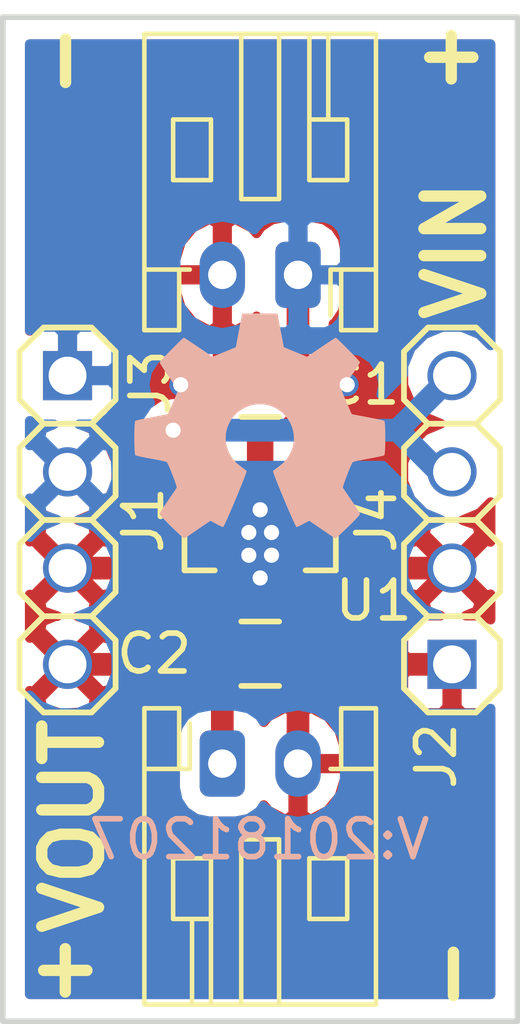
<source format=kicad_pcb>
(kicad_pcb (version 20171130) (host pcbnew 5.0.2-bee76a0~70~ubuntu18.04.1)

  (general
    (thickness 1.6)
    (drawings 10)
    (tracks 41)
    (zones 0)
    (modules 9)
    (nets 4)
  )

  (page A4)
  (layers
    (0 F.Cu signal)
    (31 B.Cu signal)
    (32 B.Adhes user)
    (33 F.Adhes user)
    (34 B.Paste user)
    (35 F.Paste user)
    (36 B.SilkS user)
    (37 F.SilkS user)
    (38 B.Mask user)
    (39 F.Mask user)
    (40 Dwgs.User user)
    (41 Cmts.User user)
    (42 Eco1.User user)
    (43 Eco2.User user)
    (44 Edge.Cuts user)
    (45 Margin user)
    (46 B.CrtYd user)
    (47 F.CrtYd user)
    (48 B.Fab user)
    (49 F.Fab user)
  )

  (setup
    (last_trace_width 0.1524)
    (user_trace_width 0.1524)
    (user_trace_width 0.2)
    (user_trace_width 0.3)
    (user_trace_width 0.4)
    (user_trace_width 0.6)
    (user_trace_width 1)
    (user_trace_width 1.5)
    (user_trace_width 2)
    (trace_clearance 0.1524)
    (zone_clearance 0.508)
    (zone_45_only no)
    (trace_min 0.1524)
    (segment_width 0.2)
    (edge_width 0.15)
    (via_size 0.381)
    (via_drill 0.254)
    (via_min_size 0.381)
    (via_min_drill 0.254)
    (user_via 0.381 0.254)
    (user_via 0.55 0.4)
    (user_via 0.75 0.6)
    (user_via 0.95 0.8)
    (user_via 1.3 1)
    (user_via 1.5 1.2)
    (user_via 1.7 1.4)
    (user_via 1.9 1.6)
    (uvia_size 0.381)
    (uvia_drill 0.254)
    (uvias_allowed no)
    (uvia_min_size 0.381)
    (uvia_min_drill 0.254)
    (pcb_text_width 0.3)
    (pcb_text_size 1.5 1.5)
    (mod_edge_width 0.15)
    (mod_text_size 1 1)
    (mod_text_width 0.15)
    (pad_size 1.524 1.524)
    (pad_drill 0.762)
    (pad_to_mask_clearance 0.1)
    (solder_mask_min_width 0.25)
    (aux_axis_origin 0 0)
    (visible_elements FFFFFF7F)
    (pcbplotparams
      (layerselection 0x010f0_ffffffff)
      (usegerberextensions true)
      (usegerberattributes false)
      (usegerberadvancedattributes false)
      (creategerberjobfile false)
      (excludeedgelayer true)
      (linewidth 0.100000)
      (plotframeref false)
      (viasonmask false)
      (mode 1)
      (useauxorigin false)
      (hpglpennumber 1)
      (hpglpenspeed 20)
      (hpglpendiameter 15.000000)
      (psnegative false)
      (psa4output false)
      (plotreference true)
      (plotvalue true)
      (plotinvisibletext false)
      (padsonsilk false)
      (subtractmaskfromsilk false)
      (outputformat 1)
      (mirror false)
      (drillshape 0)
      (scaleselection 1)
      (outputdirectory "MCP1702_SOT89_breakoutmodule_JST_plots"))
  )

  (net 0 "")
  (net 1 +12V)
  (net 2 GND)
  (net 3 VDD)

  (net_class Default "This is the default net class."
    (clearance 0.1524)
    (trace_width 0.1524)
    (via_dia 0.381)
    (via_drill 0.254)
    (uvia_dia 0.381)
    (uvia_drill 0.254)
    (add_net +12V)
    (add_net GND)
    (add_net VDD)
  )

  (module SquantorIC:SOT89-ViaTab-Microchip-MB (layer F.Cu) (tedit 5C0A7B02) (tstamp 5C0A8B4E)
    (at 135.9 76.1 180)
    (path /5BE4AA1E)
    (fp_text reference U1 (at -3 -3.5 180) (layer F.SilkS)
      (effects (font (size 1 1) (thickness 0.15)))
    )
    (fp_text value MCP1702-MB (at 0 2 180) (layer F.Fab) hide
      (effects (font (size 1 1) (thickness 0.15)))
    )
    (fp_line (start 2 -2.7) (end 2 -1) (layer F.SilkS) (width 0.15))
    (fp_line (start 1.2 -2.7) (end 2 -2.7) (layer F.SilkS) (width 0.15))
    (fp_line (start -2 -2.7) (end -1.2 -2.7) (layer F.SilkS) (width 0.15))
    (fp_line (start -2 -1) (end -2 -2.7) (layer F.SilkS) (width 0.15))
    (pad 1 smd rect (at -1.5 0 180) (size 0.7 1.4) (layers F.Cu F.Paste F.Mask)
      (net 2 GND))
    (pad 2 smd rect (at 0 0 180) (size 0.7 1.4) (layers F.Cu F.Paste F.Mask)
      (net 1 +12V))
    (pad 3 smd rect (at 1.5 0 180) (size 0.7 1.4) (layers F.Cu F.Paste F.Mask)
      (net 3 VDD))
    (pad TAB smd oval (at 0 -2.1 180) (size 2 3.05) (layers F.Cu F.Paste F.Mask)
      (net 1 +12V) (zone_connect 2))
    (pad TAB thru_hole rect (at -0.3 -1.7 180) (size 0.6 0.6) (drill 0.4) (layers *.Cu *.Mask)
      (net 1 +12V) (zone_connect 2))
    (pad TAB thru_hole rect (at 0.3 -1.7 180) (size 0.6 0.6) (drill 0.4) (layers *.Cu *.Mask)
      (net 1 +12V) (zone_connect 2))
    (pad TAB thru_hole rect (at 0.3 -2.3 180) (size 0.6 0.6) (drill 0.4) (layers *.Cu *.Mask)
      (net 1 +12V) (zone_connect 2))
    (pad TAB thru_hole rect (at -0.3 -2.3 180) (size 0.6 0.6) (drill 0.4) (layers *.Cu *.Mask)
      (net 1 +12V) (zone_connect 2))
    (pad TAB thru_hole rect (at 0 -2.9 180) (size 0.6 0.6) (drill 0.4) (layers *.Cu *.Mask)
      (net 1 +12V) (zone_connect 2))
    (pad TAB thru_hole rect (at 0 -1.1 180) (size 0.6 0.6) (drill 0.4) (layers *.Cu *.Mask)
      (net 1 +12V) (zone_connect 2))
  )

  (module Symbols:OSHW-Symbol_6.7x6mm_SilkScreen (layer B.Cu) (tedit 0) (tstamp 5A135134)
    (at 135.9 75 180)
    (descr "Open Source Hardware Symbol")
    (tags "Logo Symbol OSHW")
    (path /5A135869)
    (attr virtual)
    (fp_text reference N1 (at 0 0 180) (layer B.SilkS) hide
      (effects (font (size 1 1) (thickness 0.15)) (justify mirror))
    )
    (fp_text value OHWLOGO (at 0.75 0 180) (layer B.Fab) hide
      (effects (font (size 1 1) (thickness 0.15)) (justify mirror))
    )
    (fp_poly (pts (xy 0.555814 2.531069) (xy 0.639635 2.086445) (xy 0.94892 1.958947) (xy 1.258206 1.831449)
      (xy 1.629246 2.083754) (xy 1.733157 2.154004) (xy 1.827087 2.216728) (xy 1.906652 2.269062)
      (xy 1.96747 2.308143) (xy 2.005157 2.331107) (xy 2.015421 2.336058) (xy 2.03391 2.323324)
      (xy 2.07342 2.288118) (xy 2.129522 2.234938) (xy 2.197787 2.168282) (xy 2.273786 2.092646)
      (xy 2.353092 2.012528) (xy 2.431275 1.932426) (xy 2.503907 1.856836) (xy 2.566559 1.790255)
      (xy 2.614803 1.737182) (xy 2.64421 1.702113) (xy 2.651241 1.690377) (xy 2.641123 1.66874)
      (xy 2.612759 1.621338) (xy 2.569129 1.552807) (xy 2.513218 1.467785) (xy 2.448006 1.370907)
      (xy 2.410219 1.31565) (xy 2.341343 1.214752) (xy 2.28014 1.123701) (xy 2.229578 1.04703)
      (xy 2.192628 0.989272) (xy 2.172258 0.954957) (xy 2.169197 0.947746) (xy 2.176136 0.927252)
      (xy 2.195051 0.879487) (xy 2.223087 0.811168) (xy 2.257391 0.729011) (xy 2.295109 0.63973)
      (xy 2.333387 0.550042) (xy 2.36937 0.466662) (xy 2.400206 0.396306) (xy 2.423039 0.34569)
      (xy 2.435017 0.321529) (xy 2.435724 0.320578) (xy 2.454531 0.315964) (xy 2.504618 0.305672)
      (xy 2.580793 0.290713) (xy 2.677865 0.272099) (xy 2.790643 0.250841) (xy 2.856442 0.238582)
      (xy 2.97695 0.215638) (xy 3.085797 0.193805) (xy 3.177476 0.174278) (xy 3.246481 0.158252)
      (xy 3.287304 0.146921) (xy 3.295511 0.143326) (xy 3.303548 0.118994) (xy 3.310033 0.064041)
      (xy 3.31497 -0.015108) (xy 3.318364 -0.112026) (xy 3.320218 -0.220287) (xy 3.320538 -0.333465)
      (xy 3.319327 -0.445135) (xy 3.31659 -0.548868) (xy 3.312331 -0.638241) (xy 3.306555 -0.706826)
      (xy 3.299267 -0.748197) (xy 3.294895 -0.75681) (xy 3.268764 -0.767133) (xy 3.213393 -0.781892)
      (xy 3.136107 -0.799352) (xy 3.04423 -0.81778) (xy 3.012158 -0.823741) (xy 2.857524 -0.852066)
      (xy 2.735375 -0.874876) (xy 2.641673 -0.89308) (xy 2.572384 -0.907583) (xy 2.523471 -0.919292)
      (xy 2.490897 -0.929115) (xy 2.470628 -0.937956) (xy 2.458626 -0.946724) (xy 2.456947 -0.948457)
      (xy 2.440184 -0.976371) (xy 2.414614 -1.030695) (xy 2.382788 -1.104777) (xy 2.34726 -1.191965)
      (xy 2.310583 -1.285608) (xy 2.275311 -1.379052) (xy 2.243996 -1.465647) (xy 2.219193 -1.53874)
      (xy 2.203454 -1.591678) (xy 2.199332 -1.617811) (xy 2.199676 -1.618726) (xy 2.213641 -1.640086)
      (xy 2.245322 -1.687084) (xy 2.291391 -1.754827) (xy 2.348518 -1.838423) (xy 2.413373 -1.932982)
      (xy 2.431843 -1.959854) (xy 2.497699 -2.057275) (xy 2.55565 -2.146163) (xy 2.602538 -2.221412)
      (xy 2.635207 -2.27792) (xy 2.6505 -2.310581) (xy 2.651241 -2.314593) (xy 2.638392 -2.335684)
      (xy 2.602888 -2.377464) (xy 2.549293 -2.435445) (xy 2.482171 -2.505135) (xy 2.406087 -2.582045)
      (xy 2.325604 -2.661683) (xy 2.245287 -2.739561) (xy 2.169699 -2.811186) (xy 2.103405 -2.87207)
      (xy 2.050969 -2.917721) (xy 2.016955 -2.94365) (xy 2.007545 -2.947883) (xy 1.985643 -2.937912)
      (xy 1.9408 -2.91102) (xy 1.880321 -2.871736) (xy 1.833789 -2.840117) (xy 1.749475 -2.782098)
      (xy 1.649626 -2.713784) (xy 1.549473 -2.645579) (xy 1.495627 -2.609075) (xy 1.313371 -2.4858)
      (xy 1.160381 -2.56852) (xy 1.090682 -2.604759) (xy 1.031414 -2.632926) (xy 0.991311 -2.648991)
      (xy 0.981103 -2.651226) (xy 0.968829 -2.634722) (xy 0.944613 -2.588082) (xy 0.910263 -2.515609)
      (xy 0.867588 -2.421606) (xy 0.818394 -2.310374) (xy 0.76449 -2.186215) (xy 0.707684 -2.053432)
      (xy 0.649782 -1.916327) (xy 0.592593 -1.779202) (xy 0.537924 -1.646358) (xy 0.487584 -1.522098)
      (xy 0.44338 -1.410725) (xy 0.407119 -1.316539) (xy 0.380609 -1.243844) (xy 0.365658 -1.196941)
      (xy 0.363254 -1.180833) (xy 0.382311 -1.160286) (xy 0.424036 -1.126933) (xy 0.479706 -1.087702)
      (xy 0.484378 -1.084599) (xy 0.628264 -0.969423) (xy 0.744283 -0.835053) (xy 0.83143 -0.685784)
      (xy 0.888699 -0.525913) (xy 0.915086 -0.359737) (xy 0.909585 -0.191552) (xy 0.87119 -0.025655)
      (xy 0.798895 0.133658) (xy 0.777626 0.168513) (xy 0.666996 0.309263) (xy 0.536302 0.422286)
      (xy 0.390064 0.506997) (xy 0.232808 0.562806) (xy 0.069057 0.589126) (xy -0.096667 0.58537)
      (xy -0.259838 0.55095) (xy -0.415935 0.485277) (xy -0.560433 0.387765) (xy -0.605131 0.348187)
      (xy -0.718888 0.224297) (xy -0.801782 0.093876) (xy -0.858644 -0.052315) (xy -0.890313 -0.197088)
      (xy -0.898131 -0.35986) (xy -0.872062 -0.52344) (xy -0.814755 -0.682298) (xy -0.728856 -0.830906)
      (xy -0.617014 -0.963735) (xy -0.481877 -1.075256) (xy -0.464117 -1.087011) (xy -0.40785 -1.125508)
      (xy -0.365077 -1.158863) (xy -0.344628 -1.18016) (xy -0.344331 -1.180833) (xy -0.348721 -1.203871)
      (xy -0.366124 -1.256157) (xy -0.394732 -1.33339) (xy -0.432735 -1.431268) (xy -0.478326 -1.545491)
      (xy -0.529697 -1.671758) (xy -0.585038 -1.805767) (xy -0.642542 -1.943218) (xy -0.700399 -2.079808)
      (xy -0.756802 -2.211237) (xy -0.809942 -2.333205) (xy -0.85801 -2.441409) (xy -0.899199 -2.531549)
      (xy -0.931699 -2.599323) (xy -0.953703 -2.64043) (xy -0.962564 -2.651226) (xy -0.98964 -2.642819)
      (xy -1.040303 -2.620272) (xy -1.105817 -2.587613) (xy -1.141841 -2.56852) (xy -1.294832 -2.4858)
      (xy -1.477088 -2.609075) (xy -1.570125 -2.672228) (xy -1.671985 -2.741727) (xy -1.767438 -2.807165)
      (xy -1.81525 -2.840117) (xy -1.882495 -2.885273) (xy -1.939436 -2.921057) (xy -1.978646 -2.942938)
      (xy -1.991381 -2.947563) (xy -2.009917 -2.935085) (xy -2.050941 -2.900252) (xy -2.110475 -2.846678)
      (xy -2.184542 -2.777983) (xy -2.269165 -2.697781) (xy -2.322685 -2.646286) (xy -2.416319 -2.554286)
      (xy -2.497241 -2.471999) (xy -2.562177 -2.402945) (xy -2.607858 -2.350644) (xy -2.631011 -2.318616)
      (xy -2.633232 -2.312116) (xy -2.622924 -2.287394) (xy -2.594439 -2.237405) (xy -2.550937 -2.167212)
      (xy -2.495577 -2.081875) (xy -2.43152 -1.986456) (xy -2.413303 -1.959854) (xy -2.346927 -1.863167)
      (xy -2.287378 -1.776117) (xy -2.237984 -1.703595) (xy -2.202075 -1.650493) (xy -2.182981 -1.621703)
      (xy -2.181136 -1.618726) (xy -2.183895 -1.595782) (xy -2.198538 -1.545336) (xy -2.222513 -1.474041)
      (xy -2.253266 -1.388547) (xy -2.288244 -1.295507) (xy -2.324893 -1.201574) (xy -2.360661 -1.113399)
      (xy -2.392994 -1.037634) (xy -2.419338 -0.980931) (xy -2.437142 -0.949943) (xy -2.438407 -0.948457)
      (xy -2.449294 -0.939601) (xy -2.467682 -0.930843) (xy -2.497606 -0.921277) (xy -2.543103 -0.909996)
      (xy -2.608209 -0.896093) (xy -2.696961 -0.878663) (xy -2.813393 -0.856798) (xy -2.961542 -0.829591)
      (xy -2.993618 -0.823741) (xy -3.088686 -0.805374) (xy -3.171565 -0.787405) (xy -3.23493 -0.771569)
      (xy -3.271458 -0.7596) (xy -3.276356 -0.75681) (xy -3.284427 -0.732072) (xy -3.290987 -0.67679)
      (xy -3.296033 -0.597389) (xy -3.299559 -0.500296) (xy -3.301561 -0.391938) (xy -3.302036 -0.27874)
      (xy -3.300977 -0.167128) (xy -3.298382 -0.063529) (xy -3.294246 0.025632) (xy -3.288563 0.093928)
      (xy -3.281331 0.134934) (xy -3.276971 0.143326) (xy -3.252698 0.151792) (xy -3.197426 0.165565)
      (xy -3.116662 0.18345) (xy -3.015912 0.204252) (xy -2.900683 0.226777) (xy -2.837902 0.238582)
      (xy -2.718787 0.260849) (xy -2.612565 0.281021) (xy -2.524427 0.298085) (xy -2.459566 0.311031)
      (xy -2.423174 0.318845) (xy -2.417184 0.320578) (xy -2.407061 0.34011) (xy -2.385662 0.387157)
      (xy -2.355839 0.454997) (xy -2.320445 0.536909) (xy -2.282332 0.626172) (xy -2.244353 0.716065)
      (xy -2.20936 0.799865) (xy -2.180206 0.870853) (xy -2.159743 0.922306) (xy -2.150823 0.947503)
      (xy -2.150657 0.948604) (xy -2.160769 0.968481) (xy -2.189117 1.014223) (xy -2.232723 1.081283)
      (xy -2.288606 1.165116) (xy -2.353787 1.261174) (xy -2.391679 1.31635) (xy -2.460725 1.417519)
      (xy -2.52205 1.50937) (xy -2.572663 1.587256) (xy -2.609571 1.646531) (xy -2.629782 1.682549)
      (xy -2.632701 1.690623) (xy -2.620153 1.709416) (xy -2.585463 1.749543) (xy -2.533063 1.806507)
      (xy -2.467384 1.875815) (xy -2.392856 1.952969) (xy -2.313913 2.033475) (xy -2.234983 2.112837)
      (xy -2.1605 2.18656) (xy -2.094894 2.250148) (xy -2.042596 2.299106) (xy -2.008039 2.328939)
      (xy -1.996478 2.336058) (xy -1.977654 2.326047) (xy -1.932631 2.297922) (xy -1.865787 2.254546)
      (xy -1.781499 2.198782) (xy -1.684144 2.133494) (xy -1.610707 2.083754) (xy -1.239667 1.831449)
      (xy -0.621095 2.086445) (xy -0.537275 2.531069) (xy -0.453454 2.975693) (xy 0.471994 2.975693)
      (xy 0.555814 2.531069)) (layer B.SilkS) (width 0.01))
  )

  (module SquantorLabels:Label_version (layer B.Cu) (tedit 5B5A1E49) (tstamp 5BFE77D5)
    (at 135.3 85.9 90)
    (path /5A1357A5)
    (fp_text reference N2 (at 0 -1.4 90) (layer B.Fab) hide
      (effects (font (size 1 1) (thickness 0.15)) (justify mirror))
    )
    (fp_text value 20181207 (at 0 -0.1 180) (layer B.SilkS)
      (effects (font (size 1 1) (thickness 0.15)) (justify mirror))
    )
    (fp_text user V: (at 0 4.4 180) (layer B.SilkS)
      (effects (font (size 1 1) (thickness 0.15)) (justify mirror))
    )
  )

  (module SquantorRcl:C_0805 (layer F.Cu) (tedit 5415D6EA) (tstamp 5BFD038B)
    (at 135.9 73.9 180)
    (descr "Capacitor SMD 0805, reflow soldering, AVX (see smccp.pdf)")
    (tags "capacitor 0805")
    (path /5BE4AAB5)
    (attr smd)
    (fp_text reference C1 (at -2.7 0 180) (layer F.SilkS)
      (effects (font (size 1 1) (thickness 0.15)))
    )
    (fp_text value C (at 0 2.1 180) (layer F.Fab)
      (effects (font (size 1 1) (thickness 0.15)))
    )
    (fp_line (start -1 0.625) (end -1 -0.625) (layer F.Fab) (width 0.15))
    (fp_line (start 1 0.625) (end -1 0.625) (layer F.Fab) (width 0.15))
    (fp_line (start 1 -0.625) (end 1 0.625) (layer F.Fab) (width 0.15))
    (fp_line (start -1 -0.625) (end 1 -0.625) (layer F.Fab) (width 0.15))
    (fp_line (start -1.8 -1) (end 1.8 -1) (layer F.CrtYd) (width 0.05))
    (fp_line (start -1.8 1) (end 1.8 1) (layer F.CrtYd) (width 0.05))
    (fp_line (start -1.8 -1) (end -1.8 1) (layer F.CrtYd) (width 0.05))
    (fp_line (start 1.8 -1) (end 1.8 1) (layer F.CrtYd) (width 0.05))
    (fp_line (start 0.5 -0.85) (end -0.5 -0.85) (layer F.SilkS) (width 0.15))
    (fp_line (start -0.5 0.85) (end 0.5 0.85) (layer F.SilkS) (width 0.15))
    (pad 1 smd rect (at -1 0 180) (size 1 1.25) (layers F.Cu F.Paste F.Mask)
      (net 1 +12V))
    (pad 2 smd rect (at 1 0 180) (size 1 1.25) (layers F.Cu F.Paste F.Mask)
      (net 2 GND))
    (model Capacitors_SMD.3dshapes/C_0805.wrl
      (at (xyz 0 0 0))
      (scale (xyz 1 1 1))
      (rotate (xyz 0 0 0))
    )
  )

  (module SquantorRcl:C_0805 (layer F.Cu) (tedit 5415D6EA) (tstamp 5BFD039B)
    (at 135.9 81)
    (descr "Capacitor SMD 0805, reflow soldering, AVX (see smccp.pdf)")
    (tags "capacitor 0805")
    (path /5BE4AAF0)
    (attr smd)
    (fp_text reference C2 (at -2.8 0) (layer F.SilkS)
      (effects (font (size 1 1) (thickness 0.15)))
    )
    (fp_text value C (at 0 2.1) (layer F.Fab)
      (effects (font (size 1 1) (thickness 0.15)))
    )
    (fp_line (start -0.5 0.85) (end 0.5 0.85) (layer F.SilkS) (width 0.15))
    (fp_line (start 0.5 -0.85) (end -0.5 -0.85) (layer F.SilkS) (width 0.15))
    (fp_line (start 1.8 -1) (end 1.8 1) (layer F.CrtYd) (width 0.05))
    (fp_line (start -1.8 -1) (end -1.8 1) (layer F.CrtYd) (width 0.05))
    (fp_line (start -1.8 1) (end 1.8 1) (layer F.CrtYd) (width 0.05))
    (fp_line (start -1.8 -1) (end 1.8 -1) (layer F.CrtYd) (width 0.05))
    (fp_line (start -1 -0.625) (end 1 -0.625) (layer F.Fab) (width 0.15))
    (fp_line (start 1 -0.625) (end 1 0.625) (layer F.Fab) (width 0.15))
    (fp_line (start 1 0.625) (end -1 0.625) (layer F.Fab) (width 0.15))
    (fp_line (start -1 0.625) (end -1 -0.625) (layer F.Fab) (width 0.15))
    (pad 2 smd rect (at 1 0) (size 1 1.25) (layers F.Cu F.Paste F.Mask)
      (net 2 GND))
    (pad 1 smd rect (at -1 0) (size 1 1.25) (layers F.Cu F.Paste F.Mask)
      (net 3 VDD))
    (model Capacitors_SMD.3dshapes/C_0805.wrl
      (at (xyz 0 0 0))
      (scale (xyz 1 1 1))
      (rotate (xyz 0 0 0))
    )
  )

  (module SquantorConnectors:Header-0254-1X04-H010 (layer F.Cu) (tedit 5BE5435D) (tstamp 5BFD03C0)
    (at 130.81 77.47 270)
    (descr "PIN HEADER")
    (tags "PIN HEADER")
    (path /5BE4B042)
    (attr virtual)
    (fp_text reference J1 (at 0 -2 270) (layer F.SilkS)
      (effects (font (size 1 1) (thickness 0.15)))
    )
    (fp_text value Conn_01x04 (at 0 2.2 270) (layer F.Fab) hide
      (effects (font (size 1 1) (thickness 0.15)))
    )
    (fp_line (start 0 -0.635) (end 0.635 -1.27) (layer F.SilkS) (width 0.1524))
    (fp_line (start 0.635 -1.27) (end 1.905 -1.27) (layer F.SilkS) (width 0.1524))
    (fp_line (start 1.905 -1.27) (end 2.54 -0.635) (layer F.SilkS) (width 0.1524))
    (fp_line (start 2.54 -0.635) (end 2.54 0.635) (layer F.SilkS) (width 0.1524))
    (fp_line (start 2.54 0.635) (end 1.905 1.27) (layer F.SilkS) (width 0.1524))
    (fp_line (start 1.905 1.27) (end 0.635 1.27) (layer F.SilkS) (width 0.1524))
    (fp_line (start 0.635 1.27) (end 0 0.635) (layer F.SilkS) (width 0.1524))
    (fp_line (start -4.445 -1.27) (end -3.175 -1.27) (layer F.SilkS) (width 0.1524))
    (fp_line (start -3.175 -1.27) (end -2.54 -0.635) (layer F.SilkS) (width 0.1524))
    (fp_line (start -2.54 -0.635) (end -2.54 0.635) (layer F.SilkS) (width 0.1524))
    (fp_line (start -2.54 0.635) (end -3.175 1.27) (layer F.SilkS) (width 0.1524))
    (fp_line (start -2.54 -0.635) (end -1.905 -1.27) (layer F.SilkS) (width 0.1524))
    (fp_line (start -1.905 -1.27) (end -0.635 -1.27) (layer F.SilkS) (width 0.1524))
    (fp_line (start -0.635 -1.27) (end 0 -0.635) (layer F.SilkS) (width 0.1524))
    (fp_line (start 0 -0.635) (end 0 0.635) (layer F.SilkS) (width 0.1524))
    (fp_line (start 0 0.635) (end -0.635 1.27) (layer F.SilkS) (width 0.1524))
    (fp_line (start -0.635 1.27) (end -1.905 1.27) (layer F.SilkS) (width 0.1524))
    (fp_line (start -1.905 1.27) (end -2.54 0.635) (layer F.SilkS) (width 0.1524))
    (fp_line (start -5.08 -0.635) (end -5.08 0.635) (layer F.SilkS) (width 0.1524))
    (fp_line (start -4.445 -1.27) (end -5.08 -0.635) (layer F.SilkS) (width 0.1524))
    (fp_line (start -5.08 0.635) (end -4.445 1.27) (layer F.SilkS) (width 0.1524))
    (fp_line (start -3.175 1.27) (end -4.445 1.27) (layer F.SilkS) (width 0.1524))
    (fp_line (start 3.175 -1.27) (end 4.445 -1.27) (layer F.SilkS) (width 0.1524))
    (fp_line (start 4.445 -1.27) (end 5.08 -0.635) (layer F.SilkS) (width 0.1524))
    (fp_line (start 5.08 -0.635) (end 5.08 0.635) (layer F.SilkS) (width 0.1524))
    (fp_line (start 5.08 0.635) (end 4.445 1.27) (layer F.SilkS) (width 0.1524))
    (fp_line (start 3.175 -1.27) (end 2.54 -0.635) (layer F.SilkS) (width 0.1524))
    (fp_line (start 2.54 0.635) (end 3.175 1.27) (layer F.SilkS) (width 0.1524))
    (fp_line (start 4.445 1.27) (end 3.175 1.27) (layer F.SilkS) (width 0.1524))
    (pad 1 thru_hole rect (at -3.81 0 90) (size 1.3 1.3) (drill 1) (layers *.Cu *.Mask)
      (net 1 +12V))
    (pad 2 thru_hole circle (at -1.27 0 90) (size 1.3 1.3) (drill 1) (layers *.Cu *.Mask)
      (net 1 +12V))
    (pad 3 thru_hole circle (at 1.27 0 90) (size 1.3 1.3) (drill 1) (layers *.Cu *.Mask)
      (net 2 GND))
    (pad 4 thru_hole circle (at 3.81 0 90) (size 1.3 1.3) (drill 1) (layers *.Cu *.Mask)
      (net 2 GND))
  )

  (module SquantorConnectors:Header-0254-1X04-H010 (layer F.Cu) (tedit 5BE54358) (tstamp 5BFD0433)
    (at 140.97 77.47 90)
    (descr "PIN HEADER")
    (tags "PIN HEADER")
    (path /5BE4B50D)
    (attr virtual)
    (fp_text reference J4 (at 0 -2 90) (layer F.SilkS)
      (effects (font (size 1 1) (thickness 0.15)))
    )
    (fp_text value Conn_01x04 (at 0 2.2 90) (layer F.Fab) hide
      (effects (font (size 1 1) (thickness 0.15)))
    )
    (fp_line (start 4.445 1.27) (end 3.175 1.27) (layer F.SilkS) (width 0.1524))
    (fp_line (start 2.54 0.635) (end 3.175 1.27) (layer F.SilkS) (width 0.1524))
    (fp_line (start 3.175 -1.27) (end 2.54 -0.635) (layer F.SilkS) (width 0.1524))
    (fp_line (start 5.08 0.635) (end 4.445 1.27) (layer F.SilkS) (width 0.1524))
    (fp_line (start 5.08 -0.635) (end 5.08 0.635) (layer F.SilkS) (width 0.1524))
    (fp_line (start 4.445 -1.27) (end 5.08 -0.635) (layer F.SilkS) (width 0.1524))
    (fp_line (start 3.175 -1.27) (end 4.445 -1.27) (layer F.SilkS) (width 0.1524))
    (fp_line (start -3.175 1.27) (end -4.445 1.27) (layer F.SilkS) (width 0.1524))
    (fp_line (start -5.08 0.635) (end -4.445 1.27) (layer F.SilkS) (width 0.1524))
    (fp_line (start -4.445 -1.27) (end -5.08 -0.635) (layer F.SilkS) (width 0.1524))
    (fp_line (start -5.08 -0.635) (end -5.08 0.635) (layer F.SilkS) (width 0.1524))
    (fp_line (start -1.905 1.27) (end -2.54 0.635) (layer F.SilkS) (width 0.1524))
    (fp_line (start -0.635 1.27) (end -1.905 1.27) (layer F.SilkS) (width 0.1524))
    (fp_line (start 0 0.635) (end -0.635 1.27) (layer F.SilkS) (width 0.1524))
    (fp_line (start 0 -0.635) (end 0 0.635) (layer F.SilkS) (width 0.1524))
    (fp_line (start -0.635 -1.27) (end 0 -0.635) (layer F.SilkS) (width 0.1524))
    (fp_line (start -1.905 -1.27) (end -0.635 -1.27) (layer F.SilkS) (width 0.1524))
    (fp_line (start -2.54 -0.635) (end -1.905 -1.27) (layer F.SilkS) (width 0.1524))
    (fp_line (start -2.54 0.635) (end -3.175 1.27) (layer F.SilkS) (width 0.1524))
    (fp_line (start -2.54 -0.635) (end -2.54 0.635) (layer F.SilkS) (width 0.1524))
    (fp_line (start -3.175 -1.27) (end -2.54 -0.635) (layer F.SilkS) (width 0.1524))
    (fp_line (start -4.445 -1.27) (end -3.175 -1.27) (layer F.SilkS) (width 0.1524))
    (fp_line (start 0.635 1.27) (end 0 0.635) (layer F.SilkS) (width 0.1524))
    (fp_line (start 1.905 1.27) (end 0.635 1.27) (layer F.SilkS) (width 0.1524))
    (fp_line (start 2.54 0.635) (end 1.905 1.27) (layer F.SilkS) (width 0.1524))
    (fp_line (start 2.54 -0.635) (end 2.54 0.635) (layer F.SilkS) (width 0.1524))
    (fp_line (start 1.905 -1.27) (end 2.54 -0.635) (layer F.SilkS) (width 0.1524))
    (fp_line (start 0.635 -1.27) (end 1.905 -1.27) (layer F.SilkS) (width 0.1524))
    (fp_line (start 0 -0.635) (end 0.635 -1.27) (layer F.SilkS) (width 0.1524))
    (pad 4 thru_hole circle (at 3.81 0 270) (size 1.3 1.3) (drill 1) (layers *.Cu *.Mask)
      (net 3 VDD))
    (pad 3 thru_hole circle (at 1.27 0 270) (size 1.3 1.3) (drill 1) (layers *.Cu *.Mask)
      (net 3 VDD))
    (pad 2 thru_hole circle (at -1.27 0 270) (size 1.3 1.3) (drill 1) (layers *.Cu *.Mask)
      (net 2 GND))
    (pad 1 thru_hole rect (at -3.81 0 270) (size 1.3 1.3) (drill 1) (layers *.Cu *.Mask)
      (net 2 GND))
  )

  (module Connector_JST:JST_PH_S2B-PH-K_1x02_P2.00mm_Horizontal (layer F.Cu) (tedit 5BF007B9) (tstamp 5BFE7241)
    (at 134.9 83.9)
    (descr "JST PH series connector, S2B-PH-K (http://www.jst-mfg.com/product/pdf/eng/ePH.pdf), generated with kicad-footprint-generator")
    (tags "connector JST PH top entry")
    (path /5BE4D037)
    (fp_text reference J2 (at 5.65 -0.2 90) (layer F.SilkS)
      (effects (font (size 1 1) (thickness 0.15)))
    )
    (fp_text value Conn_01x02 (at 1 7.45) (layer F.Fab) hide
      (effects (font (size 1 1) (thickness 0.15)))
    )
    (fp_text user %R (at 1 2.5) (layer F.Fab)
      (effects (font (size 1 1) (thickness 0.15)))
    )
    (fp_line (start 0.5 1.375) (end 0 0.875) (layer F.Fab) (width 0.1))
    (fp_line (start -0.5 1.375) (end 0.5 1.375) (layer F.Fab) (width 0.1))
    (fp_line (start 0 0.875) (end -0.5 1.375) (layer F.Fab) (width 0.1))
    (fp_line (start -0.86 0.14) (end -0.86 -1.075) (layer F.SilkS) (width 0.12))
    (fp_line (start 3.25 0.25) (end -1.25 0.25) (layer F.Fab) (width 0.1))
    (fp_line (start 3.25 -1.35) (end 3.25 0.25) (layer F.Fab) (width 0.1))
    (fp_line (start 3.95 -1.35) (end 3.25 -1.35) (layer F.Fab) (width 0.1))
    (fp_line (start 3.95 6.25) (end 3.95 -1.35) (layer F.Fab) (width 0.1))
    (fp_line (start -1.95 6.25) (end 3.95 6.25) (layer F.Fab) (width 0.1))
    (fp_line (start -1.95 -1.35) (end -1.95 6.25) (layer F.Fab) (width 0.1))
    (fp_line (start -1.25 -1.35) (end -1.95 -1.35) (layer F.Fab) (width 0.1))
    (fp_line (start -1.25 0.25) (end -1.25 -1.35) (layer F.Fab) (width 0.1))
    (fp_line (start 4.45 -1.85) (end -2.45 -1.85) (layer F.CrtYd) (width 0.05))
    (fp_line (start 4.45 6.75) (end 4.45 -1.85) (layer F.CrtYd) (width 0.05))
    (fp_line (start -2.45 6.75) (end 4.45 6.75) (layer F.CrtYd) (width 0.05))
    (fp_line (start -2.45 -1.85) (end -2.45 6.75) (layer F.CrtYd) (width 0.05))
    (fp_line (start -0.8 4.1) (end -0.8 6.36) (layer F.SilkS) (width 0.12))
    (fp_line (start -0.3 4.1) (end -0.3 6.36) (layer F.SilkS) (width 0.12))
    (fp_line (start 2.3 2.5) (end 3.3 2.5) (layer F.SilkS) (width 0.12))
    (fp_line (start 2.3 4.1) (end 2.3 2.5) (layer F.SilkS) (width 0.12))
    (fp_line (start 3.3 4.1) (end 2.3 4.1) (layer F.SilkS) (width 0.12))
    (fp_line (start 3.3 2.5) (end 3.3 4.1) (layer F.SilkS) (width 0.12))
    (fp_line (start -0.3 2.5) (end -1.3 2.5) (layer F.SilkS) (width 0.12))
    (fp_line (start -0.3 4.1) (end -0.3 2.5) (layer F.SilkS) (width 0.12))
    (fp_line (start -1.3 4.1) (end -0.3 4.1) (layer F.SilkS) (width 0.12))
    (fp_line (start -1.3 2.5) (end -1.3 4.1) (layer F.SilkS) (width 0.12))
    (fp_line (start 4.06 0.14) (end 3.14 0.14) (layer F.SilkS) (width 0.12))
    (fp_line (start -2.06 0.14) (end -1.14 0.14) (layer F.SilkS) (width 0.12))
    (fp_line (start 1.5 2) (end 1.5 6.36) (layer F.SilkS) (width 0.12))
    (fp_line (start 0.5 2) (end 1.5 2) (layer F.SilkS) (width 0.12))
    (fp_line (start 0.5 6.36) (end 0.5 2) (layer F.SilkS) (width 0.12))
    (fp_line (start 3.14 0.14) (end 2.86 0.14) (layer F.SilkS) (width 0.12))
    (fp_line (start 3.14 -1.46) (end 3.14 0.14) (layer F.SilkS) (width 0.12))
    (fp_line (start 4.06 -1.46) (end 3.14 -1.46) (layer F.SilkS) (width 0.12))
    (fp_line (start 4.06 6.36) (end 4.06 -1.46) (layer F.SilkS) (width 0.12))
    (fp_line (start -2.06 6.36) (end 4.06 6.36) (layer F.SilkS) (width 0.12))
    (fp_line (start -2.06 -1.46) (end -2.06 6.36) (layer F.SilkS) (width 0.12))
    (fp_line (start -1.14 -1.46) (end -2.06 -1.46) (layer F.SilkS) (width 0.12))
    (fp_line (start -1.14 0.14) (end -1.14 -1.46) (layer F.SilkS) (width 0.12))
    (fp_line (start -0.86 0.14) (end -1.14 0.14) (layer F.SilkS) (width 0.12))
    (pad 2 thru_hole oval (at 2 0) (size 1.2 1.75) (drill 0.75) (layers *.Cu *.Mask)
      (net 2 GND))
    (pad 1 thru_hole roundrect (at 0 0) (size 1.2 1.75) (drill 0.75) (layers *.Cu *.Mask) (roundrect_rratio 0.208333)
      (net 3 VDD))
    (model ${KISYS3DMOD}/Connector_JST.3dshapes/JST_PH_S2B-PH-K_1x02_P2.00mm_Horizontal.wrl
      (at (xyz 0 0 0))
      (scale (xyz 1 1 1))
      (rotate (xyz 0 0 0))
    )
  )

  (module Connector_JST:JST_PH_S2B-PH-K_1x02_P2.00mm_Horizontal (layer F.Cu) (tedit 5BF007BF) (tstamp 5BFE726F)
    (at 136.9 71 180)
    (descr "JST PH series connector, S2B-PH-K (http://www.jst-mfg.com/product/pdf/eng/ePH.pdf), generated with kicad-footprint-generator")
    (tags "connector JST PH top entry")
    (path /5BE4C9F1)
    (fp_text reference J3 (at 3.9 -2.85 270) (layer F.SilkS)
      (effects (font (size 1 1) (thickness 0.15)))
    )
    (fp_text value Conn_01x02 (at 1 7.45 180) (layer F.Fab) hide
      (effects (font (size 1 1) (thickness 0.15)))
    )
    (fp_line (start -0.86 0.14) (end -1.14 0.14) (layer F.SilkS) (width 0.12))
    (fp_line (start -1.14 0.14) (end -1.14 -1.46) (layer F.SilkS) (width 0.12))
    (fp_line (start -1.14 -1.46) (end -2.06 -1.46) (layer F.SilkS) (width 0.12))
    (fp_line (start -2.06 -1.46) (end -2.06 6.36) (layer F.SilkS) (width 0.12))
    (fp_line (start -2.06 6.36) (end 4.06 6.36) (layer F.SilkS) (width 0.12))
    (fp_line (start 4.06 6.36) (end 4.06 -1.46) (layer F.SilkS) (width 0.12))
    (fp_line (start 4.06 -1.46) (end 3.14 -1.46) (layer F.SilkS) (width 0.12))
    (fp_line (start 3.14 -1.46) (end 3.14 0.14) (layer F.SilkS) (width 0.12))
    (fp_line (start 3.14 0.14) (end 2.86 0.14) (layer F.SilkS) (width 0.12))
    (fp_line (start 0.5 6.36) (end 0.5 2) (layer F.SilkS) (width 0.12))
    (fp_line (start 0.5 2) (end 1.5 2) (layer F.SilkS) (width 0.12))
    (fp_line (start 1.5 2) (end 1.5 6.36) (layer F.SilkS) (width 0.12))
    (fp_line (start -2.06 0.14) (end -1.14 0.14) (layer F.SilkS) (width 0.12))
    (fp_line (start 4.06 0.14) (end 3.14 0.14) (layer F.SilkS) (width 0.12))
    (fp_line (start -1.3 2.5) (end -1.3 4.1) (layer F.SilkS) (width 0.12))
    (fp_line (start -1.3 4.1) (end -0.3 4.1) (layer F.SilkS) (width 0.12))
    (fp_line (start -0.3 4.1) (end -0.3 2.5) (layer F.SilkS) (width 0.12))
    (fp_line (start -0.3 2.5) (end -1.3 2.5) (layer F.SilkS) (width 0.12))
    (fp_line (start 3.3 2.5) (end 3.3 4.1) (layer F.SilkS) (width 0.12))
    (fp_line (start 3.3 4.1) (end 2.3 4.1) (layer F.SilkS) (width 0.12))
    (fp_line (start 2.3 4.1) (end 2.3 2.5) (layer F.SilkS) (width 0.12))
    (fp_line (start 2.3 2.5) (end 3.3 2.5) (layer F.SilkS) (width 0.12))
    (fp_line (start -0.3 4.1) (end -0.3 6.36) (layer F.SilkS) (width 0.12))
    (fp_line (start -0.8 4.1) (end -0.8 6.36) (layer F.SilkS) (width 0.12))
    (fp_line (start -2.45 -1.85) (end -2.45 6.75) (layer F.CrtYd) (width 0.05))
    (fp_line (start -2.45 6.75) (end 4.45 6.75) (layer F.CrtYd) (width 0.05))
    (fp_line (start 4.45 6.75) (end 4.45 -1.85) (layer F.CrtYd) (width 0.05))
    (fp_line (start 4.45 -1.85) (end -2.45 -1.85) (layer F.CrtYd) (width 0.05))
    (fp_line (start -1.25 0.25) (end -1.25 -1.35) (layer F.Fab) (width 0.1))
    (fp_line (start -1.25 -1.35) (end -1.95 -1.35) (layer F.Fab) (width 0.1))
    (fp_line (start -1.95 -1.35) (end -1.95 6.25) (layer F.Fab) (width 0.1))
    (fp_line (start -1.95 6.25) (end 3.95 6.25) (layer F.Fab) (width 0.1))
    (fp_line (start 3.95 6.25) (end 3.95 -1.35) (layer F.Fab) (width 0.1))
    (fp_line (start 3.95 -1.35) (end 3.25 -1.35) (layer F.Fab) (width 0.1))
    (fp_line (start 3.25 -1.35) (end 3.25 0.25) (layer F.Fab) (width 0.1))
    (fp_line (start 3.25 0.25) (end -1.25 0.25) (layer F.Fab) (width 0.1))
    (fp_line (start -0.86 0.14) (end -0.86 -1.075) (layer F.SilkS) (width 0.12))
    (fp_line (start 0 0.875) (end -0.5 1.375) (layer F.Fab) (width 0.1))
    (fp_line (start -0.5 1.375) (end 0.5 1.375) (layer F.Fab) (width 0.1))
    (fp_line (start 0.5 1.375) (end 0 0.875) (layer F.Fab) (width 0.1))
    (fp_text user %R (at 1 2.5 180) (layer F.Fab)
      (effects (font (size 1 1) (thickness 0.15)))
    )
    (pad 1 thru_hole roundrect (at 0 0 180) (size 1.2 1.75) (drill 0.75) (layers *.Cu *.Mask) (roundrect_rratio 0.208333)
      (net 1 +12V))
    (pad 2 thru_hole oval (at 2 0 180) (size 1.2 1.75) (drill 0.75) (layers *.Cu *.Mask)
      (net 2 GND))
    (model ${KISYS3DMOD}/Connector_JST.3dshapes/JST_PH_S2B-PH-K_1x02_P2.00mm_Horizontal.wrl
      (at (xyz 0 0 0))
      (scale (xyz 1 1 1))
      (rotate (xyz 0 0 0))
    )
  )

  (gr_text - (at 130.65 65.35 90) (layer F.SilkS) (tstamp 5C0A8C1A)
    (effects (font (size 1.5 1.5) (thickness 0.3)))
  )
  (gr_text + (at 140.95 65.15) (layer F.SilkS) (tstamp 5C0A8C0A)
    (effects (font (size 1.5 1.5) (thickness 0.3)))
  )
  (gr_text + (at 130.75 89.25) (layer F.SilkS) (tstamp 5C0A8C0E)
    (effects (font (size 1.5 1.5) (thickness 0.3)))
  )
  (gr_text - (at 140.9 89.45 90) (layer F.SilkS)
    (effects (font (size 1.5 1.5) (thickness 0.3)))
  )
  (gr_text VOUT (at 130.95 85.55 90) (layer F.SilkS)
    (effects (font (size 1.5 1.5) (thickness 0.3)))
  )
  (gr_text VIN (at 141.05 70.35 90) (layer F.SilkS)
    (effects (font (size 1.5 1.5) (thickness 0.3)))
  )
  (gr_line (start 142.7 64.2) (end 142.7 90.7) (layer Edge.Cuts) (width 0.15))
  (gr_line (start 129.1 90.7) (end 129.1 64.2) (layer Edge.Cuts) (width 0.15))
  (gr_line (start 142.7 64.2) (end 129.1 64.2) (layer Edge.Cuts) (width 0.15))
  (gr_line (start 129.1 90.7) (end 142.7 90.7) (layer Edge.Cuts) (width 0.15))

  (segment (start 135.9 76.1) (end 135.9 78.1) (width 0.4) (layer F.Cu) (net 1))
  (segment (start 135.9 76.1) (end 135.9 75.2) (width 0.4) (layer F.Cu) (net 1))
  (segment (start 135.9 75.2) (end 136.1 75) (width 0.4) (layer F.Cu) (net 1))
  (segment (start 136.1 75) (end 136.6 75) (width 0.4) (layer F.Cu) (net 1))
  (segment (start 136.9 74.7) (end 136.9 73.9) (width 0.4) (layer F.Cu) (net 1))
  (segment (start 136.6 75) (end 136.9 74.7) (width 0.4) (layer F.Cu) (net 1))
  (segment (start 136.9 71) (end 136.9 73.9) (width 0.6) (layer F.Cu) (net 1))
  (segment (start 134.9 73.9) (end 133.8 73.9) (width 0.6) (layer F.Cu) (net 2))
  (via (at 133.8 73.9) (size 0.55) (drill 0.4) (layers F.Cu B.Cu) (net 2))
  (segment (start 133.8 73.9) (end 137.7 73.9) (width 0.6) (layer B.Cu) (net 2))
  (segment (start 132.12 81.28) (end 130.81 81.28) (width 0.6) (layer F.Cu) (net 2))
  (segment (start 133.8 73.9) (end 133.2 73.9) (width 0.6) (layer F.Cu) (net 2))
  (segment (start 132.5 80.9) (end 132.12 81.28) (width 0.6) (layer F.Cu) (net 2))
  (segment (start 133.2 73.9) (end 132.5 74.6) (width 0.6) (layer F.Cu) (net 2))
  (segment (start 132.46 78.74) (end 132.5 78.7) (width 0.6) (layer F.Cu) (net 2))
  (segment (start 130.81 78.74) (end 132.46 78.74) (width 0.6) (layer F.Cu) (net 2))
  (segment (start 132.5 74.6) (end 132.5 78.7) (width 0.6) (layer F.Cu) (net 2))
  (segment (start 132.5 78.7) (end 132.5 80.9) (width 0.6) (layer F.Cu) (net 2))
  (segment (start 137.7 73.9) (end 138.2 73.9) (width 0.6) (layer B.Cu) (net 2))
  (via (at 138.2 73.9) (size 0.55) (drill 0.4) (layers F.Cu B.Cu) (net 2))
  (segment (start 138.2 81) (end 136.9 81) (width 0.6) (layer F.Cu) (net 2))
  (segment (start 138.48 81.28) (end 138.2 81) (width 0.6) (layer F.Cu) (net 2))
  (segment (start 140.97 81.28) (end 138.48 81.28) (width 0.6) (layer F.Cu) (net 2))
  (segment (start 140.97 78.74) (end 138.26 78.74) (width 0.6) (layer F.Cu) (net 2))
  (segment (start 138.26 78.74) (end 138.2 78.8) (width 0.6) (layer F.Cu) (net 2))
  (segment (start 138.2 78.8) (end 138.2 81) (width 0.6) (layer F.Cu) (net 2))
  (segment (start 137.4 76.1) (end 138.2 76.1) (width 0.4) (layer F.Cu) (net 2))
  (segment (start 138.2 73.9) (end 138.2 76.1) (width 0.6) (layer F.Cu) (net 2))
  (segment (start 138.2 76.1) (end 138.2 78.8) (width 0.6) (layer F.Cu) (net 2))
  (segment (start 136.9 83.9) (end 136.9 81) (width 0.6) (layer F.Cu) (net 2))
  (segment (start 134.4 76.1) (end 133.8 76.1) (width 0.4) (layer F.Cu) (net 3))
  (segment (start 133.6 76.3) (end 133.6 80.7) (width 0.6) (layer F.Cu) (net 3))
  (segment (start 133.9 81) (end 134.9 81) (width 0.6) (layer F.Cu) (net 3))
  (segment (start 133.6 80.7) (end 133.9 81) (width 0.6) (layer F.Cu) (net 3))
  (segment (start 133.6 76.3) (end 133.6 75.1) (width 0.6) (layer F.Cu) (net 3))
  (via (at 133.6 75.1) (size 0.55) (drill 0.4) (layers F.Cu B.Cu) (net 3))
  (segment (start 139.53 75.1) (end 140.97 73.66) (width 0.6) (layer B.Cu) (net 3))
  (segment (start 133.6 75.1) (end 139.53 75.1) (width 0.6) (layer B.Cu) (net 3))
  (segment (start 140.63 76.2) (end 139.53 75.1) (width 0.6) (layer B.Cu) (net 3))
  (segment (start 140.97 76.2) (end 140.63 76.2) (width 0.6) (layer B.Cu) (net 3))
  (segment (start 134.9 83.9) (end 134.9 81) (width 0.6) (layer F.Cu) (net 3))

  (zone (net 1) (net_name +12V) (layer B.Cu) (tstamp 5BFE787B) (hatch edge 0.508)
    (connect_pads (clearance 0.508))
    (min_thickness 0.254)
    (fill yes (arc_segments 16) (thermal_gap 0.508) (thermal_bridge_width 0.508))
    (polygon
      (pts
        (xy 129.1 64.2) (xy 142.7 64.2) (xy 142.7 90.7) (xy 129.1 90.7)
      )
    )
    (filled_polygon
      (pts
        (xy 141.99 72.862735) (xy 141.697894 72.570629) (xy 141.225602 72.375) (xy 140.714398 72.375) (xy 140.242106 72.570629)
        (xy 139.880629 72.932106) (xy 139.685 73.404398) (xy 139.685 73.622711) (xy 139.142711 74.165) (xy 139.100605 74.165)
        (xy 139.153317 73.9) (xy 139.08075 73.535181) (xy 138.874097 73.225903) (xy 138.564819 73.01925) (xy 138.292086 72.965)
        (xy 133.707914 72.965) (xy 133.435181 73.01925) (xy 133.125903 73.225903) (xy 132.91925 73.535181) (xy 132.846683 73.9)
        (xy 132.91925 74.264819) (xy 132.995715 74.379256) (xy 132.925903 74.425903) (xy 132.71925 74.735181) (xy 132.646683 75.1)
        (xy 132.71925 75.464819) (xy 132.925903 75.774097) (xy 133.235181 75.98075) (xy 133.507914 76.035) (xy 139.142711 76.035)
        (xy 139.771046 76.663335) (xy 139.880629 76.927894) (xy 140.242106 77.289371) (xy 140.678185 77.47) (xy 140.242106 77.650629)
        (xy 139.880629 78.012106) (xy 139.685 78.484398) (xy 139.685 78.995602) (xy 139.880629 79.467894) (xy 140.242106 79.829371)
        (xy 140.611938 79.98256) (xy 140.32 79.98256) (xy 140.072235 80.031843) (xy 139.862191 80.172191) (xy 139.721843 80.382235)
        (xy 139.67256 80.63) (xy 139.67256 81.93) (xy 139.721843 82.177765) (xy 139.862191 82.387809) (xy 140.072235 82.528157)
        (xy 140.32 82.57744) (xy 141.62 82.57744) (xy 141.867765 82.528157) (xy 141.990001 82.446481) (xy 141.990001 89.99)
        (xy 129.81 89.99) (xy 129.81 83.274999) (xy 133.65256 83.274999) (xy 133.65256 84.525001) (xy 133.720873 84.868436)
        (xy 133.915414 85.159586) (xy 134.206564 85.354127) (xy 134.549999 85.42244) (xy 135.250001 85.42244) (xy 135.593436 85.354127)
        (xy 135.884586 85.159586) (xy 135.978573 85.018926) (xy 136.009616 85.065385) (xy 136.418128 85.338344) (xy 136.9 85.434195)
        (xy 137.381873 85.338344) (xy 137.790385 85.065385) (xy 138.063344 84.656872) (xy 138.135 84.296635) (xy 138.135 83.503364)
        (xy 138.063344 83.143127) (xy 137.790385 82.734615) (xy 137.381872 82.461656) (xy 136.9 82.365805) (xy 136.418127 82.461656)
        (xy 136.009615 82.734615) (xy 135.978572 82.781074) (xy 135.884586 82.640414) (xy 135.593436 82.445873) (xy 135.250001 82.37756)
        (xy 134.549999 82.37756) (xy 134.206564 82.445873) (xy 133.915414 82.640414) (xy 133.720873 82.931564) (xy 133.65256 83.274999)
        (xy 129.81 83.274999) (xy 129.81 82.097265) (xy 130.082106 82.369371) (xy 130.554398 82.565) (xy 131.065602 82.565)
        (xy 131.537894 82.369371) (xy 131.899371 82.007894) (xy 132.095 81.535602) (xy 132.095 81.024398) (xy 131.899371 80.552106)
        (xy 131.537894 80.190629) (xy 131.101815 80.01) (xy 131.537894 79.829371) (xy 131.899371 79.467894) (xy 132.095 78.995602)
        (xy 132.095 78.484398) (xy 131.899371 78.012106) (xy 131.537894 77.650629) (xy 131.102366 77.470228) (xy 131.139428 77.468083)
        (xy 131.473729 77.329611) (xy 131.52941 77.099016) (xy 130.81 76.379605) (xy 130.09059 77.099016) (xy 130.146271 77.329611)
        (xy 130.532574 77.46404) (xy 130.082106 77.650629) (xy 129.81 77.922735) (xy 129.81 76.895026) (xy 129.910984 76.91941)
        (xy 130.630395 76.2) (xy 130.989605 76.2) (xy 131.709016 76.91941) (xy 131.939611 76.863729) (xy 132.107622 76.380922)
        (xy 132.078083 75.870572) (xy 131.939611 75.536271) (xy 131.709016 75.48059) (xy 130.989605 76.2) (xy 130.630395 76.2)
        (xy 129.910984 75.48059) (xy 129.81 75.504974) (xy 129.81 74.852344) (xy 130.03369 74.945) (xy 130.448987 74.945)
        (xy 130.146271 75.070389) (xy 130.09059 75.300984) (xy 130.81 76.020395) (xy 131.52941 75.300984) (xy 131.473729 75.070389)
        (xy 131.113403 74.945) (xy 131.58631 74.945) (xy 131.819699 74.848327) (xy 131.998327 74.669698) (xy 132.095 74.436309)
        (xy 132.095 73.94575) (xy 131.93625 73.787) (xy 130.937 73.787) (xy 130.937 73.807) (xy 130.683 73.807)
        (xy 130.683 73.787) (xy 130.663 73.787) (xy 130.663 73.533) (xy 130.683 73.533) (xy 130.683 72.53375)
        (xy 130.937 72.53375) (xy 130.937 73.533) (xy 131.93625 73.533) (xy 132.095 73.37425) (xy 132.095 72.883691)
        (xy 131.998327 72.650302) (xy 131.819699 72.471673) (xy 131.58631 72.375) (xy 131.09575 72.375) (xy 130.937 72.53375)
        (xy 130.683 72.53375) (xy 130.52425 72.375) (xy 130.03369 72.375) (xy 129.81 72.467656) (xy 129.81 70.603364)
        (xy 133.665 70.603364) (xy 133.665 71.396635) (xy 133.736656 71.756872) (xy 134.009615 72.165385) (xy 134.418127 72.438344)
        (xy 134.9 72.534195) (xy 135.381872 72.438344) (xy 135.74541 72.195436) (xy 135.761673 72.234699) (xy 135.940302 72.413327)
        (xy 136.173691 72.51) (xy 136.61425 72.51) (xy 136.773 72.35125) (xy 136.773 71.127) (xy 137.027 71.127)
        (xy 137.027 72.35125) (xy 137.18575 72.51) (xy 137.626309 72.51) (xy 137.859698 72.413327) (xy 138.038327 72.234699)
        (xy 138.135 72.00131) (xy 138.135 71.28575) (xy 137.97625 71.127) (xy 137.027 71.127) (xy 136.773 71.127)
        (xy 136.753 71.127) (xy 136.753 70.873) (xy 136.773 70.873) (xy 136.773 69.64875) (xy 137.027 69.64875)
        (xy 137.027 70.873) (xy 137.97625 70.873) (xy 138.135 70.71425) (xy 138.135 69.99869) (xy 138.038327 69.765301)
        (xy 137.859698 69.586673) (xy 137.626309 69.49) (xy 137.18575 69.49) (xy 137.027 69.64875) (xy 136.773 69.64875)
        (xy 136.61425 69.49) (xy 136.173691 69.49) (xy 135.940302 69.586673) (xy 135.761673 69.765301) (xy 135.74541 69.804564)
        (xy 135.381873 69.561656) (xy 134.9 69.465805) (xy 134.418128 69.561656) (xy 134.009616 69.834615) (xy 133.736656 70.243127)
        (xy 133.665 70.603364) (xy 129.81 70.603364) (xy 129.81 64.91) (xy 141.99 64.91)
      )
    )
  )
  (zone (net 2) (net_name GND) (layer F.Cu) (tstamp 5BFE7878) (hatch edge 0.508)
    (connect_pads (clearance 0.508))
    (min_thickness 0.254)
    (fill yes (arc_segments 16) (thermal_gap 0.508) (thermal_bridge_width 0.508))
    (polygon
      (pts
        (xy 129.1 64.2) (xy 142.7 64.2) (xy 142.7 90.7) (xy 129.1 90.7)
      )
    )
    (filled_polygon
      (pts
        (xy 141.99 72.862735) (xy 141.697894 72.570629) (xy 141.225602 72.375) (xy 140.714398 72.375) (xy 140.242106 72.570629)
        (xy 139.880629 72.932106) (xy 139.685 73.404398) (xy 139.685 73.915602) (xy 139.880629 74.387894) (xy 140.242106 74.749371)
        (xy 140.678185 74.93) (xy 140.242106 75.110629) (xy 139.880629 75.472106) (xy 139.685 75.944398) (xy 139.685 76.455602)
        (xy 139.880629 76.927894) (xy 140.242106 77.289371) (xy 140.677634 77.469772) (xy 140.640572 77.471917) (xy 140.306271 77.610389)
        (xy 140.25059 77.840984) (xy 140.97 78.560395) (xy 141.68941 77.840984) (xy 141.633729 77.610389) (xy 141.247426 77.47596)
        (xy 141.697894 77.289371) (xy 141.99 76.997265) (xy 141.990001 78.049804) (xy 141.869016 78.02059) (xy 141.149605 78.74)
        (xy 141.869016 79.45941) (xy 141.990001 79.430196) (xy 141.990001 80.101975) (xy 141.979699 80.091673) (xy 141.74631 79.995)
        (xy 141.331013 79.995) (xy 141.633729 79.869611) (xy 141.68941 79.639016) (xy 140.97 78.919605) (xy 140.25059 79.639016)
        (xy 140.306271 79.869611) (xy 140.666597 79.995) (xy 140.19369 79.995) (xy 139.960301 80.091673) (xy 139.781673 80.270302)
        (xy 139.685 80.503691) (xy 139.685 80.99425) (xy 139.84375 81.153) (xy 140.843 81.153) (xy 140.843 81.133)
        (xy 141.097 81.133) (xy 141.097 81.153) (xy 141.117 81.153) (xy 141.117 81.407) (xy 141.097 81.407)
        (xy 141.097 82.40625) (xy 141.25575 82.565) (xy 141.74631 82.565) (xy 141.979699 82.468327) (xy 141.990001 82.458025)
        (xy 141.990001 89.99) (xy 129.81 89.99) (xy 129.81 82.179016) (xy 130.09059 82.179016) (xy 130.146271 82.409611)
        (xy 130.629078 82.577622) (xy 131.139428 82.548083) (xy 131.473729 82.409611) (xy 131.52941 82.179016) (xy 130.81 81.459605)
        (xy 130.09059 82.179016) (xy 129.81 82.179016) (xy 129.81 81.975026) (xy 129.910984 81.99941) (xy 130.630395 81.28)
        (xy 130.989605 81.28) (xy 131.709016 81.99941) (xy 131.939611 81.943729) (xy 132.107622 81.460922) (xy 132.078083 80.950572)
        (xy 131.974293 80.7) (xy 132.646683 80.7) (xy 132.71925 81.064818) (xy 132.86303 81.28) (xy 132.925904 81.374097)
        (xy 133.00397 81.426259) (xy 133.173739 81.596028) (xy 133.225903 81.674097) (xy 133.535181 81.88075) (xy 133.807914 81.935)
        (xy 133.848871 81.943147) (xy 133.942191 82.082809) (xy 133.965001 82.09805) (xy 133.965 82.607281) (xy 133.915414 82.640414)
        (xy 133.720873 82.931564) (xy 133.65256 83.274999) (xy 133.65256 84.525001) (xy 133.720873 84.868436) (xy 133.915414 85.159586)
        (xy 134.206564 85.354127) (xy 134.549999 85.42244) (xy 135.250001 85.42244) (xy 135.593436 85.354127) (xy 135.884586 85.159586)
        (xy 135.996127 84.992653) (xy 136.116526 85.13808) (xy 136.544719 85.364592) (xy 136.582391 85.368462) (xy 136.773 85.243731)
        (xy 136.773 84.027) (xy 137.027 84.027) (xy 137.027 85.243731) (xy 137.217609 85.368462) (xy 137.255281 85.364592)
        (xy 137.683474 85.13808) (xy 137.99239 84.764947) (xy 138.135 84.302) (xy 138.135 84.027) (xy 137.027 84.027)
        (xy 136.773 84.027) (xy 136.753 84.027) (xy 136.753 83.773) (xy 136.773 83.773) (xy 136.773 82.556269)
        (xy 137.027 82.556269) (xy 137.027 83.773) (xy 138.135 83.773) (xy 138.135 83.498) (xy 137.99239 83.035053)
        (xy 137.683474 82.66192) (xy 137.255281 82.435408) (xy 137.217609 82.431538) (xy 137.027 82.556269) (xy 136.773 82.556269)
        (xy 136.582391 82.431538) (xy 136.544719 82.435408) (xy 136.116526 82.66192) (xy 135.996127 82.807347) (xy 135.884586 82.640414)
        (xy 135.835 82.607282) (xy 135.835 82.09805) (xy 135.857809 82.082809) (xy 135.898654 82.02168) (xy 136.040302 82.163327)
        (xy 136.273691 82.26) (xy 136.61425 82.26) (xy 136.773 82.10125) (xy 136.773 81.127) (xy 137.027 81.127)
        (xy 137.027 82.10125) (xy 137.18575 82.26) (xy 137.526309 82.26) (xy 137.759698 82.163327) (xy 137.938327 81.984699)
        (xy 138.035 81.75131) (xy 138.035 81.56575) (xy 139.685 81.56575) (xy 139.685 82.056309) (xy 139.781673 82.289698)
        (xy 139.960301 82.468327) (xy 140.19369 82.565) (xy 140.68425 82.565) (xy 140.843 82.40625) (xy 140.843 81.407)
        (xy 139.84375 81.407) (xy 139.685 81.56575) (xy 138.035 81.56575) (xy 138.035 81.28575) (xy 137.87625 81.127)
        (xy 137.027 81.127) (xy 136.773 81.127) (xy 136.753 81.127) (xy 136.753 80.873) (xy 136.773 80.873)
        (xy 136.773 80.853) (xy 137.027 80.853) (xy 137.027 80.873) (xy 137.87625 80.873) (xy 138.035 80.71425)
        (xy 138.035 80.24869) (xy 137.938327 80.015301) (xy 137.759698 79.836673) (xy 137.526309 79.74) (xy 137.188196 79.74)
        (xy 137.440136 79.362945) (xy 137.535 78.886031) (xy 137.535 78.559078) (xy 139.672378 78.559078) (xy 139.701917 79.069428)
        (xy 139.840389 79.403729) (xy 140.070984 79.45941) (xy 140.790395 78.74) (xy 140.070984 78.02059) (xy 139.840389 78.076271)
        (xy 139.672378 78.559078) (xy 137.535 78.559078) (xy 137.535 77.513969) (xy 137.519292 77.435) (xy 137.527002 77.435)
        (xy 137.527002 77.276252) (xy 137.68575 77.435) (xy 137.876309 77.435) (xy 138.109698 77.338327) (xy 138.288327 77.159699)
        (xy 138.385 76.92631) (xy 138.385 76.38575) (xy 138.22625 76.227) (xy 137.527 76.227) (xy 137.527 76.247)
        (xy 137.273 76.247) (xy 137.273 76.227) (xy 137.253 76.227) (xy 137.253 75.973) (xy 137.273 75.973)
        (xy 137.273 75.953) (xy 137.527 75.953) (xy 137.527 75.973) (xy 138.22625 75.973) (xy 138.385 75.81425)
        (xy 138.385 75.27369) (xy 138.288327 75.040301) (xy 138.109698 74.861673) (xy 137.975807 74.806214) (xy 137.998157 74.772765)
        (xy 138.04744 74.525) (xy 138.04744 73.275) (xy 137.998157 73.027235) (xy 137.857809 72.817191) (xy 137.835 72.80195)
        (xy 137.835 72.292718) (xy 137.884586 72.259586) (xy 138.079127 71.968436) (xy 138.14744 71.625001) (xy 138.14744 70.374999)
        (xy 138.079127 70.031564) (xy 137.884586 69.740414) (xy 137.593436 69.545873) (xy 137.250001 69.47756) (xy 136.549999 69.47756)
        (xy 136.206564 69.545873) (xy 135.915414 69.740414) (xy 135.803873 69.907347) (xy 135.683474 69.76192) (xy 135.255281 69.535408)
        (xy 135.217609 69.531538) (xy 135.027 69.656269) (xy 135.027 70.873) (xy 135.047 70.873) (xy 135.047 71.127)
        (xy 135.027 71.127) (xy 135.027 72.343731) (xy 135.217609 72.468462) (xy 135.255281 72.464592) (xy 135.683474 72.23808)
        (xy 135.803873 72.092653) (xy 135.915414 72.259586) (xy 135.965 72.292719) (xy 135.965001 72.80195) (xy 135.942191 72.817191)
        (xy 135.901346 72.87832) (xy 135.759698 72.736673) (xy 135.526309 72.64) (xy 135.18575 72.64) (xy 135.027 72.79875)
        (xy 135.027 73.773) (xy 135.047 73.773) (xy 135.047 74.027) (xy 135.027 74.027) (xy 135.027 74.047)
        (xy 134.773 74.047) (xy 134.773 74.027) (xy 133.92375 74.027) (xy 133.77021 74.18054) (xy 133.6 74.146683)
        (xy 133.235182 74.21925) (xy 132.925904 74.425903) (xy 132.719251 74.735181) (xy 132.665001 75.007914) (xy 132.665 76.207914)
        (xy 132.665 76.207915) (xy 132.665001 80.60791) (xy 132.646683 80.7) (xy 131.974293 80.7) (xy 131.939611 80.616271)
        (xy 131.709016 80.56059) (xy 130.989605 81.28) (xy 130.630395 81.28) (xy 129.910984 80.56059) (xy 129.81 80.584974)
        (xy 129.81 79.639016) (xy 130.09059 79.639016) (xy 130.146271 79.869611) (xy 130.544566 80.008213) (xy 130.480572 80.011917)
        (xy 130.146271 80.150389) (xy 130.09059 80.380984) (xy 130.81 81.100395) (xy 131.52941 80.380984) (xy 131.473729 80.150389)
        (xy 131.075434 80.011787) (xy 131.139428 80.008083) (xy 131.473729 79.869611) (xy 131.52941 79.639016) (xy 130.81 78.919605)
        (xy 130.09059 79.639016) (xy 129.81 79.639016) (xy 129.81 79.435026) (xy 129.910984 79.45941) (xy 130.630395 78.74)
        (xy 130.989605 78.74) (xy 131.709016 79.45941) (xy 131.939611 79.403729) (xy 132.107622 78.920922) (xy 132.078083 78.410572)
        (xy 131.939611 78.076271) (xy 131.709016 78.02059) (xy 130.989605 78.74) (xy 130.630395 78.74) (xy 129.910984 78.02059)
        (xy 129.81 78.044974) (xy 129.81 77.017265) (xy 130.082106 77.289371) (xy 130.517634 77.469772) (xy 130.480572 77.471917)
        (xy 130.146271 77.610389) (xy 130.09059 77.840984) (xy 130.81 78.560395) (xy 131.52941 77.840984) (xy 131.473729 77.610389)
        (xy 131.087426 77.47596) (xy 131.537894 77.289371) (xy 131.899371 76.927894) (xy 132.095 76.455602) (xy 132.095 75.944398)
        (xy 131.899371 75.472106) (xy 131.537894 75.110629) (xy 131.168062 74.95744) (xy 131.46 74.95744) (xy 131.707765 74.908157)
        (xy 131.917809 74.767809) (xy 132.058157 74.557765) (xy 132.10744 74.31) (xy 132.10744 73.14869) (xy 133.765 73.14869)
        (xy 133.765 73.61425) (xy 133.92375 73.773) (xy 134.773 73.773) (xy 134.773 72.79875) (xy 134.61425 72.64)
        (xy 134.273691 72.64) (xy 134.040302 72.736673) (xy 133.861673 72.915301) (xy 133.765 73.14869) (xy 132.10744 73.14869)
        (xy 132.10744 73.01) (xy 132.058157 72.762235) (xy 131.917809 72.552191) (xy 131.707765 72.411843) (xy 131.46 72.36256)
        (xy 130.16 72.36256) (xy 129.912235 72.411843) (xy 129.81 72.480155) (xy 129.81 71.127) (xy 133.665 71.127)
        (xy 133.665 71.402) (xy 133.80761 71.864947) (xy 134.116526 72.23808) (xy 134.544719 72.464592) (xy 134.582391 72.468462)
        (xy 134.773 72.343731) (xy 134.773 71.127) (xy 133.665 71.127) (xy 129.81 71.127) (xy 129.81 70.598)
        (xy 133.665 70.598) (xy 133.665 70.873) (xy 134.773 70.873) (xy 134.773 69.656269) (xy 134.582391 69.531538)
        (xy 134.544719 69.535408) (xy 134.116526 69.76192) (xy 133.80761 70.135053) (xy 133.665 70.598) (xy 129.81 70.598)
        (xy 129.81 64.91) (xy 141.99 64.91)
      )
    )
  )
)

</source>
